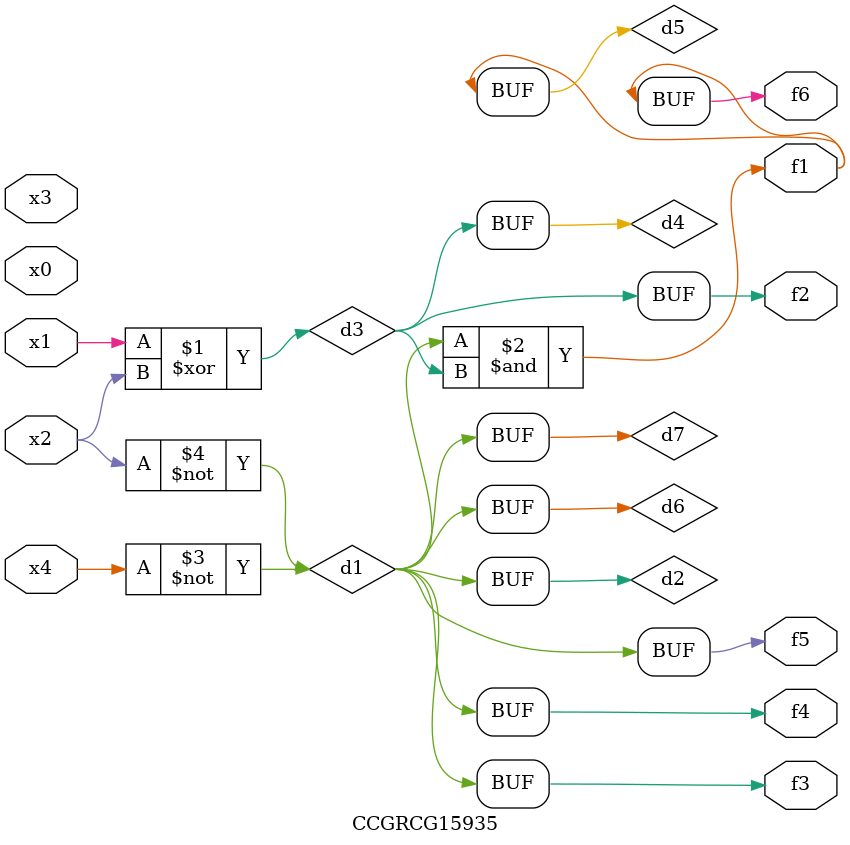
<source format=v>
module CCGRCG15935(
	input x0, x1, x2, x3, x4,
	output f1, f2, f3, f4, f5, f6
);

	wire d1, d2, d3, d4, d5, d6, d7;

	not (d1, x4);
	not (d2, x2);
	xor (d3, x1, x2);
	buf (d4, d3);
	and (d5, d1, d3);
	buf (d6, d1, d2);
	buf (d7, d2);
	assign f1 = d5;
	assign f2 = d4;
	assign f3 = d7;
	assign f4 = d7;
	assign f5 = d7;
	assign f6 = d5;
endmodule

</source>
